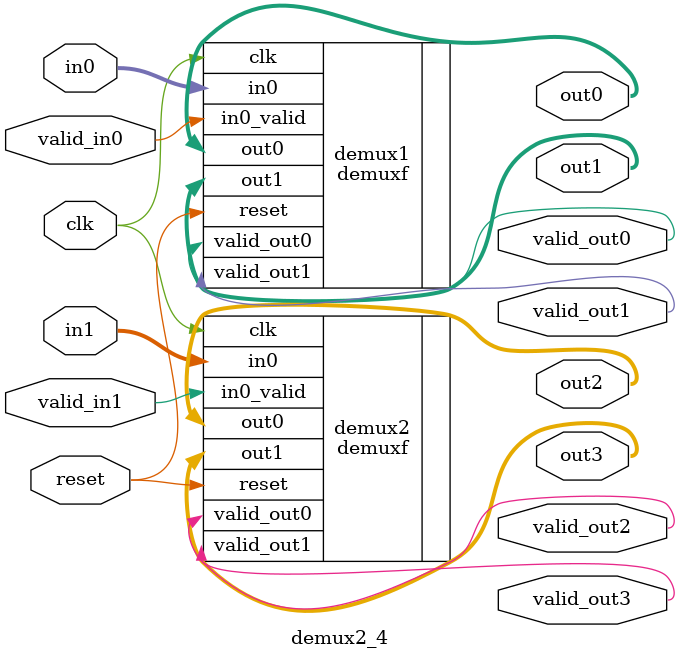
<source format=v>



`include "demuxf.v"

module demux2_4 (
input wire reset,
input wire clk,
input wire [7:0] in0,
input wire valid_in0,
input wire [7:0] in1,
input wire valid_in1,
output  [7:0] out3,
output  valid_out3,
output  [7:0] out2,
output  valid_out2,
output  [7:0] out1,
output  valid_out1,
output  [7:0] out0,
output  valid_out0
);

demuxf demux1 (
     .in0    (in0),
     .in0_valid (valid_in0),
     .out0    (out0),
     .valid_out0 (valid_out0),
     .out1    (out1),
     .valid_out1 (valid_out1),
     .clk     (clk),
     .reset   (reset)
 );

demuxf demux2 (
     .in0    (in1),
     .in0_valid (valid_in1),
     .out0    (out2),
     .valid_out0 (valid_out2),
     .out1    (out3),
     .valid_out1 (valid_out3),
     .clk     (clk),
     .reset   (reset)
 );


endmodule 
</source>
